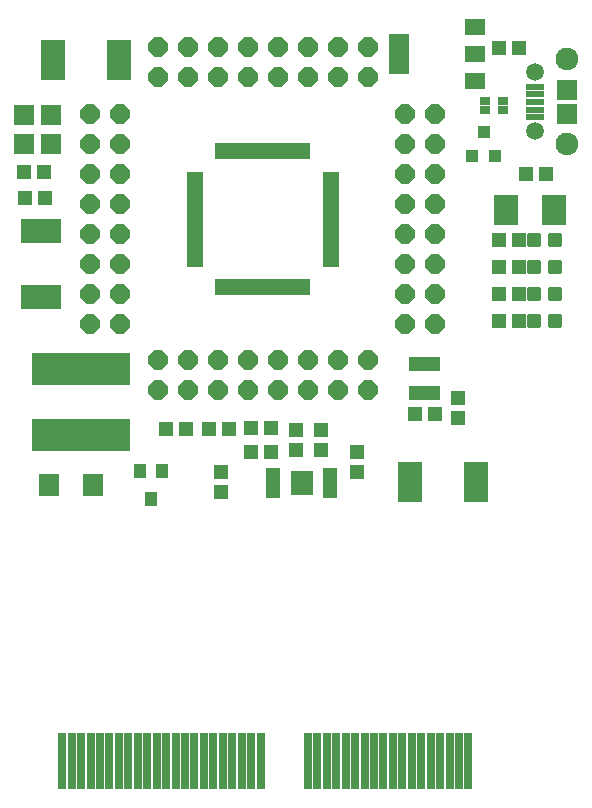
<source format=gts>
G75*
%MOIN*%
%OFA0B0*%
%FSLAX25Y25*%
%IPPOS*%
%LPD*%
%AMOC8*
5,1,8,0,0,1.08239X$1,22.5*
%
%ADD10R,0.05131X0.04737*%
%ADD11R,0.07887X0.10249*%
%ADD12R,0.06706X0.07099*%
%ADD13R,0.04737X0.05131*%
%ADD14R,0.03556X0.02572*%
%ADD15OC8,0.06400*%
%ADD16R,0.03900X0.04300*%
%ADD17R,0.01981X0.05524*%
%ADD18R,0.05524X0.01981*%
%ADD19R,0.07887X0.13398*%
%ADD20R,0.13398X0.07887*%
%ADD21R,0.06902X0.06706*%
%ADD22R,0.06115X0.02375*%
%ADD23C,0.05950*%
%ADD24C,0.07591*%
%ADD25C,0.01421*%
%ADD26R,0.02572X0.04737*%
%ADD27R,0.07099X0.05524*%
%ADD28R,0.07099X0.13792*%
%ADD29R,0.06800X0.07400*%
%ADD30R,0.33083X0.11036*%
%ADD31R,0.03950X0.04737*%
%ADD32R,0.04800X0.02000*%
%ADD33R,0.07600X0.08300*%
%ADD34R,0.03162X0.18517*%
D10*
X0048971Y0217517D03*
X0055664Y0217517D03*
X0193680Y0142186D03*
X0193680Y0135494D03*
X0216334Y0216840D03*
X0223026Y0216840D03*
X0214026Y0258840D03*
X0207334Y0258840D03*
D11*
X0209708Y0204840D03*
X0225652Y0204840D03*
D12*
X0058208Y0226919D03*
X0049152Y0226919D03*
X0049152Y0236761D03*
X0058208Y0236761D03*
D13*
X0056026Y0208840D03*
X0049334Y0208840D03*
X0096334Y0131840D03*
X0103026Y0131840D03*
X0110834Y0131840D03*
X0117526Y0131840D03*
X0124834Y0132340D03*
X0131526Y0132340D03*
X0131526Y0124340D03*
X0124834Y0124340D03*
X0114680Y0117686D03*
X0114680Y0110994D03*
X0139680Y0124994D03*
X0139680Y0131686D03*
X0148180Y0131686D03*
X0148180Y0124994D03*
X0160180Y0124286D03*
X0160180Y0117594D03*
X0179334Y0136840D03*
X0186026Y0136840D03*
X0207334Y0167840D03*
X0214026Y0167840D03*
X0214026Y0176840D03*
X0207334Y0176840D03*
X0207334Y0185840D03*
X0214026Y0185840D03*
X0214026Y0194840D03*
X0207334Y0194840D03*
D14*
X0208731Y0238139D03*
X0208731Y0241289D03*
X0202629Y0241289D03*
X0202629Y0238139D03*
D15*
X0186180Y0236840D03*
X0186180Y0226840D03*
X0186180Y0216840D03*
X0186180Y0206840D03*
X0186180Y0196840D03*
X0186180Y0186840D03*
X0186180Y0176840D03*
X0186180Y0166840D03*
X0176180Y0166840D03*
X0176180Y0176840D03*
X0176180Y0186840D03*
X0176180Y0196840D03*
X0176180Y0206840D03*
X0176180Y0216840D03*
X0176180Y0226840D03*
X0176180Y0236840D03*
X0163680Y0249340D03*
X0163680Y0259340D03*
X0153680Y0259340D03*
X0153680Y0249340D03*
X0143680Y0249340D03*
X0143680Y0259340D03*
X0133680Y0259340D03*
X0133680Y0249340D03*
X0123680Y0249340D03*
X0123680Y0259340D03*
X0113680Y0259340D03*
X0113680Y0249340D03*
X0103680Y0249340D03*
X0103680Y0259340D03*
X0093680Y0259340D03*
X0093680Y0249340D03*
X0081180Y0236840D03*
X0081180Y0226840D03*
X0081180Y0216840D03*
X0081180Y0206840D03*
X0081180Y0196840D03*
X0081180Y0186840D03*
X0081180Y0176840D03*
X0081180Y0166840D03*
X0071180Y0166840D03*
X0071180Y0176840D03*
X0071180Y0186840D03*
X0071180Y0196840D03*
X0071180Y0206840D03*
X0071180Y0216840D03*
X0071180Y0226840D03*
X0071180Y0236840D03*
X0093680Y0154840D03*
X0093680Y0144840D03*
X0103680Y0144840D03*
X0103680Y0154840D03*
X0113680Y0154840D03*
X0113680Y0144840D03*
X0123680Y0144840D03*
X0123680Y0154840D03*
X0133680Y0154840D03*
X0133680Y0144840D03*
X0143680Y0144840D03*
X0143680Y0154840D03*
X0153680Y0154840D03*
X0153680Y0144840D03*
X0163680Y0144840D03*
X0163680Y0154840D03*
D16*
X0198580Y0223040D03*
X0206180Y0223040D03*
X0202380Y0231040D03*
D17*
X0143444Y0224478D03*
X0141475Y0224478D03*
X0139507Y0224478D03*
X0137538Y0224478D03*
X0135570Y0224478D03*
X0133601Y0224478D03*
X0131633Y0224478D03*
X0129664Y0224478D03*
X0127696Y0224478D03*
X0125727Y0224478D03*
X0123759Y0224478D03*
X0121790Y0224478D03*
X0119822Y0224478D03*
X0117853Y0224478D03*
X0115885Y0224478D03*
X0113916Y0224478D03*
X0113916Y0179202D03*
X0115885Y0179202D03*
X0117853Y0179202D03*
X0119822Y0179202D03*
X0121790Y0179202D03*
X0123759Y0179202D03*
X0125727Y0179202D03*
X0127696Y0179202D03*
X0129664Y0179202D03*
X0131633Y0179202D03*
X0133601Y0179202D03*
X0135570Y0179202D03*
X0137538Y0179202D03*
X0139507Y0179202D03*
X0141475Y0179202D03*
X0143444Y0179202D03*
D18*
X0151318Y0187076D03*
X0151318Y0189045D03*
X0151318Y0191013D03*
X0151318Y0192982D03*
X0151318Y0194950D03*
X0151318Y0196919D03*
X0151318Y0198887D03*
X0151318Y0200856D03*
X0151318Y0202824D03*
X0151318Y0204793D03*
X0151318Y0206761D03*
X0151318Y0208730D03*
X0151318Y0210698D03*
X0151318Y0212667D03*
X0151318Y0214635D03*
X0151318Y0216604D03*
X0106042Y0216604D03*
X0106042Y0214635D03*
X0106042Y0212667D03*
X0106042Y0210698D03*
X0106042Y0208730D03*
X0106042Y0206761D03*
X0106042Y0204793D03*
X0106042Y0202824D03*
X0106042Y0200856D03*
X0106042Y0198887D03*
X0106042Y0196919D03*
X0106042Y0194950D03*
X0106042Y0192982D03*
X0106042Y0191013D03*
X0106042Y0189045D03*
X0106042Y0187076D03*
D19*
X0080704Y0254840D03*
X0058656Y0254840D03*
X0177656Y0114340D03*
X0199704Y0114340D03*
D20*
X0054680Y0175816D03*
X0054680Y0197864D03*
D21*
X0229991Y0237053D03*
X0229991Y0244927D03*
D22*
X0219361Y0246108D03*
X0219361Y0243549D03*
X0219361Y0240990D03*
X0219361Y0238431D03*
X0219361Y0235872D03*
D23*
X0219361Y0231147D03*
X0219361Y0250833D03*
D24*
X0229991Y0255153D03*
X0229991Y0226827D03*
D25*
X0224475Y0196498D02*
X0224475Y0193182D01*
X0224475Y0196498D02*
X0227791Y0196498D01*
X0227791Y0193182D01*
X0224475Y0193182D01*
X0224475Y0194602D02*
X0227791Y0194602D01*
X0227791Y0196022D02*
X0224475Y0196022D01*
X0217569Y0196498D02*
X0217569Y0193182D01*
X0217569Y0196498D02*
X0220885Y0196498D01*
X0220885Y0193182D01*
X0217569Y0193182D01*
X0217569Y0194602D02*
X0220885Y0194602D01*
X0220885Y0196022D02*
X0217569Y0196022D01*
X0217569Y0187498D02*
X0217569Y0184182D01*
X0217569Y0187498D02*
X0220885Y0187498D01*
X0220885Y0184182D01*
X0217569Y0184182D01*
X0217569Y0185602D02*
X0220885Y0185602D01*
X0220885Y0187022D02*
X0217569Y0187022D01*
X0224475Y0187498D02*
X0224475Y0184182D01*
X0224475Y0187498D02*
X0227791Y0187498D01*
X0227791Y0184182D01*
X0224475Y0184182D01*
X0224475Y0185602D02*
X0227791Y0185602D01*
X0227791Y0187022D02*
X0224475Y0187022D01*
X0224475Y0178498D02*
X0224475Y0175182D01*
X0224475Y0178498D02*
X0227791Y0178498D01*
X0227791Y0175182D01*
X0224475Y0175182D01*
X0224475Y0176602D02*
X0227791Y0176602D01*
X0227791Y0178022D02*
X0224475Y0178022D01*
X0217569Y0178498D02*
X0217569Y0175182D01*
X0217569Y0178498D02*
X0220885Y0178498D01*
X0220885Y0175182D01*
X0217569Y0175182D01*
X0217569Y0176602D02*
X0220885Y0176602D01*
X0220885Y0178022D02*
X0217569Y0178022D01*
X0217569Y0169498D02*
X0217569Y0166182D01*
X0217569Y0169498D02*
X0220885Y0169498D01*
X0220885Y0166182D01*
X0217569Y0166182D01*
X0217569Y0167602D02*
X0220885Y0167602D01*
X0220885Y0169022D02*
X0217569Y0169022D01*
X0224475Y0169498D02*
X0224475Y0166182D01*
X0224475Y0169498D02*
X0227791Y0169498D01*
X0227791Y0166182D01*
X0224475Y0166182D01*
X0224475Y0167602D02*
X0227791Y0167602D01*
X0227791Y0169022D02*
X0224475Y0169022D01*
D26*
X0186519Y0153663D03*
X0183960Y0153663D03*
X0181400Y0153663D03*
X0178841Y0153663D03*
X0178841Y0144017D03*
X0181400Y0144017D03*
X0183960Y0144017D03*
X0186519Y0144017D03*
D27*
X0199278Y0247785D03*
X0199278Y0256840D03*
X0199278Y0265895D03*
D28*
X0174082Y0256840D03*
D29*
X0072080Y0113340D03*
X0057280Y0113340D03*
D30*
X0068180Y0129816D03*
X0068180Y0151864D03*
D31*
X0087640Y0117964D03*
X0095120Y0117964D03*
X0091380Y0108516D03*
D32*
X0132230Y0109900D03*
X0132230Y0111870D03*
X0132230Y0113840D03*
X0132230Y0115810D03*
X0132230Y0117780D03*
X0151130Y0117780D03*
X0151130Y0115810D03*
X0151130Y0113840D03*
X0151130Y0111870D03*
X0151130Y0109900D03*
D33*
X0141680Y0113840D03*
D34*
X0061830Y0021289D03*
X0064979Y0021289D03*
X0068129Y0021289D03*
X0071278Y0021289D03*
X0074428Y0021289D03*
X0077578Y0021289D03*
X0080727Y0021289D03*
X0083877Y0021289D03*
X0087026Y0021289D03*
X0090176Y0021289D03*
X0093326Y0021289D03*
X0096475Y0021289D03*
X0099625Y0021289D03*
X0102774Y0021289D03*
X0105924Y0021289D03*
X0109074Y0021289D03*
X0112223Y0021289D03*
X0115373Y0021289D03*
X0118523Y0021289D03*
X0121672Y0021289D03*
X0124822Y0021289D03*
X0127971Y0021289D03*
X0143719Y0021289D03*
X0146869Y0021289D03*
X0150019Y0021289D03*
X0153168Y0021289D03*
X0156318Y0021289D03*
X0159467Y0021289D03*
X0162617Y0021289D03*
X0165767Y0021289D03*
X0168916Y0021289D03*
X0172066Y0021289D03*
X0175215Y0021289D03*
X0178365Y0021289D03*
X0181515Y0021289D03*
X0184664Y0021289D03*
X0187814Y0021289D03*
X0190963Y0021289D03*
X0194113Y0021289D03*
X0197263Y0021289D03*
M02*

</source>
